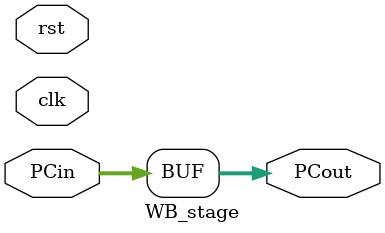
<source format=v>
module WB_stage (clk, rst, PCin, PCout);
input clk;
input rst;
input [31:0] PCin;
output [31:0] PCout;

	assign PCout = PCin;

endmodule 

</source>
